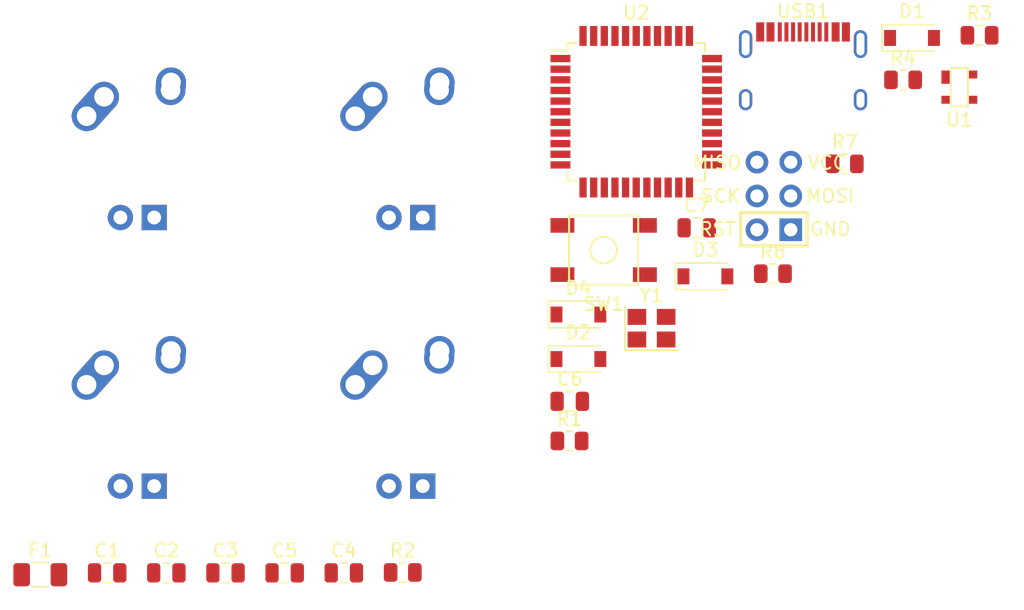
<source format=kicad_pcb>
(kicad_pcb (version 20211014) (generator pcbnew)
  (layers (0 "F.Cu" signal) (31 "B.Cu" signal) (34 "B.Paste" user) (35 "F.Paste" user) (36 "B.SilkS" user "B.Silkscreen") (37 "F.SilkS" user "F.Silkscreen") (38 "B.Mask" user) (39 "F.Mask" user) (44 "Edge.Cuts" user))
  (net 0 "")
  (net 1 "GND")
  (net 2 "Net-(C1-Pad2)")
  (net 3 "Net-(C2-Pad2)")
  (net 4 "Net-(C3-Pad1)")
  (net 5 "+5V")
  (net 6 "/ROW0")
  (net 7 "Net-(D1-Pad2)")
  (net 8 "/ROW1")
  (net 9 "Net-(D2-Pad2)")
  (net 10 "Net-(D3-Pad2)")
  (net 11 "Net-(D4-Pad2)")
  (net 12 "VCC")
  (net 13 "/MISO")
  (net 14 "/SCK")
  (net 15 "/MISI")
  (net 16 "/RESET")
  (net 17 "/COL0")
  (net 18 "/COL1")
  (net 19 "Net-(R1-Pad1)")
  (net 20 "Net-(R2-Pad1)")
  (net 21 "Net-(R3-Pad1)")
  (net 22 "/D-")
  (net 23 "/D+")
  (net 24 "Net-(R8-Pad1)")
  (footprint "Diode_SMD:D_SOD-123" (layer "F.Cu") (at 141.8025 86.13875)
    (fp_text reference "D4" (at 0 -2) (layer "F.SilkS"))
    (fp_text value "SOD-123")
    (fp_line (start -2.25 -1) (end -2.25 1) (layer "F.SilkS") (width 0.12))
    (fp_line (start -2.25 -1) (end 1.65 -1) (layer "F.SilkS") (width 0.12))
    (fp_line (start -2.25 1) (end 1.65 1) (layer "F.SilkS") (width 0.12))
    (pad "1" smd rect (at -1.65 0) (size 0.9 1.2) (layers "F.Cu" "F.Paste" "F.Mask") (net 8 "/ROW1"))
    (pad "2" smd rect (at 1.65 0) (size 0.9 1.2) (layers "F.Cu" "F.Paste" "F.Mask") (net 11 "Net-(D4-Pad2)"))
  )
  (footprint "Resistor_SMD:R_0805_2012Metric" (layer "F.Cu") (at 171.9725 65.13875)
    (fp_text reference "R3" (at 0 -1.65) (layer "F.SilkS"))
    (fp_text value "22 Ω")
    (fp_line (start -0.227064 0.735) (end 0.227064 0.735) (layer "F.SilkS") (width 0.12))
    (fp_line (start -0.227064 -0.735) (end 0.227064 -0.735) (layer "F.SilkS") (width 0.12))
    (pad "1" smd roundrect (at -0.9125 0) (size 1.025 1.4) (layers "F.Cu" "F.Paste" "F.Mask") (roundrect_rratio 0.243902) (net 21 "Net-(R3-Pad1)"))
    (pad "2" smd roundrect (at 0.9125 0) (size 1.025 1.4) (layers "F.Cu" "F.Paste" "F.Mask") (roundrect_rratio 0.243902) (net 22 "/D-"))
  )
  (footprint "Resistor_SMD:R_0805_2012Metric" (layer "F.Cu") (at 166.2225 68.48875)
    (fp_text reference "R4" (at 0 -1.65) (layer "F.SilkS"))
    (fp_text value "22 Ω")
    (fp_line (start -0.227064 -0.735) (end 0.227064 -0.735) (layer "F.SilkS") (width 0.12))
    (fp_line (start -0.227064 0.735) (end 0.227064 0.735) (layer "F.SilkS") (width 0.12))
    (pad "1" smd roundrect (at -0.9125 0) (size 1.025 1.4) (layers "F.Cu" "F.Paste" "F.Mask") (roundrect_rratio 0.243902) (net 23 "/D+"))
    (pad "2" smd roundrect (at 0.9125 0) (size 1.025 1.4) (layers "F.Cu" "F.Paste" "F.Mask") (roundrect_rratio 0.243902) (net 20 "Net-(R2-Pad1)"))
  )
  (footprint "Resistor_SMD:R_0805_2012Metric" (layer "F.Cu") (at 128.5925 105.53875)
    (fp_text reference "R2" (at 0 -1.65) (layer "F.SilkS"))
    (fp_text value "5.1 kΩ")
    (fp_line (start -0.227064 0.735) (end 0.227064 0.735) (layer "F.SilkS") (width 0.12))
    (fp_line (start -0.227064 -0.735) (end 0.227064 -0.735) (layer "F.SilkS") (width 0.12))
    (pad "1" smd roundrect (at -0.9125 0) (size 1.025 1.4) (layers "F.Cu" "F.Paste" "F.Mask") (roundrect_rratio 0.243902) (net 20 "Net-(R2-Pad1)"))
    (pad "2" smd roundrect (at 0.9125 0) (size 1.025 1.4) (layers "F.Cu" "F.Paste" "F.Mask") (roundrect_rratio 0.243902) (net 1 "GND"))
  )
  (footprint "Crystal:Crystal_SMD_3225-4Pin_3.2x2.5mm" (layer "F.Cu") (at 147.3025 87.16875)
    (fp_text reference "Y1" (at 0 -2.45) (layer "F.SilkS"))
    (fp_text value "16 MHz")
    (fp_line (start -2 1.65) (end 2 1.65) (layer "F.SilkS") (width 0.12))
    (fp_line (start -2 -1.65) (end -2 1.65) (layer "F.SilkS") (width 0.12))
    (pad "1" smd rect (at -1.1 0.85) (size 1.4 1.2) (layers "F.Cu" "F.Paste" "F.Mask") (net 2 "Net-(C1-Pad2)"))
    (pad "2" smd rect (at 1.1 0.85) (size 1.4 1.2) (layers "F.Cu" "F.Paste" "F.Mask") (net 1 "GND"))
    (pad "3" smd rect (at 1.1 -0.85) (size 1.4 1.2) (layers "F.Cu" "F.Paste" "F.Mask") (net 3 "Net-(C2-Pad2)"))
    (pad "4" smd rect (at -1.1 -0.85) (size 1.4 1.2) (layers "F.Cu" "F.Paste" "F.Mask") (net 1 "GND"))
  )
  (footprint "Fuse:Fuse_1206_3216Metric" (layer "F.Cu") (at 101.3325 105.70875)
    (fp_text reference "F1" (at 0 -1.82) (layer "F.SilkS"))
    (fp_text value "500 mA")
    (fp_line (start -0.602064 0.91) (end 0.602064 0.91) (layer "F.SilkS") (width 0.12))
    (fp_line (start -0.602064 -0.91) (end 0.602064 -0.91) (layer "F.SilkS") (width 0.12))
    (pad "1" smd roundrect (at -1.4 0) (size 1.25 1.75) (layers "F.Cu" "F.Paste" "F.Mask") (roundrect_rratio 0.2) (net 12 "VCC"))
    (pad "2" smd roundrect (at 1.4 0) (size 1.25 1.75) (layers "F.Cu" "F.Paste" "F.Mask") (roundrect_rratio 0.2) (net 5 "+5V"))
  )
  (footprint "Capacitor_SMD:C_0805_2012Metric" (layer "F.Cu") (at 150.7025 79.61875)
    (fp_text reference "C7" (at 0 -1.68) (layer "F.SilkS"))
    (fp_text value "10 μF")
    (fp_line (start -0.261252 0.735) (end 0.261252 0.735) (layer "F.SilkS") (width 0.12))
    (fp_line (start -0.261252 -0.735) (end 0.261252 -0.735) (layer "F.SilkS") (width 0.12))
    (pad "1" smd roundrect (at -0.95 0) (size 1 1.45) (layers "F.Cu" "F.Paste" "F.Mask") (net 5 "+5V"))
    (pad "2" smd roundrect (at 0.95 0) (size 1 1.45) (layers "F.Cu" "F.Paste" "F.Mask") (net 1 "GND"))
  )
  (footprint "Diode_SMD:D_SOD-123" (layer "F.Cu") (at 141.8025 89.48875)
    (fp_text reference "D2" (at 0 -2) (layer "F.SilkS"))
    (fp_text value "SOD-123")
    (fp_line (start -2.25 -1) (end 1.65 -1) (layer "F.SilkS") (width 0.12))
    (fp_line (start -2.25 1) (end 1.65 1) (layer "F.SilkS") (width 0.12))
    (fp_line (start -2.25 -1) (end -2.25 1) (layer "F.SilkS") (width 0.12))
    (pad "1" smd rect (at -1.65 0) (size 0.9 1.2) (layers "F.Cu" "F.Paste" "F.Mask") (net 8 "/ROW1"))
    (pad "2" smd rect (at 1.65 0) (size 0.9 1.2) (layers "F.Cu" "F.Paste" "F.Mask") (net 9 "Net-(D2-Pad2)"))
  )
  (footprint "Capacitor_SMD:C_0805_2012Metric" (layer "F.Cu") (at 119.7125 105.56875)
    (fp_text reference "C5" (at 0 -1.68) (layer "F.SilkS"))
    (fp_text value "0.1 μF")
    (fp_line (start -0.261252 -0.735) (end 0.261252 -0.735) (layer "F.SilkS") (width 0.12))
    (fp_line (start -0.261252 0.735) (end 0.261252 0.735) (layer "F.SilkS") (width 0.12))
    (pad "1" smd roundrect (at -0.95 0) (size 1 1.45) (layers "F.Cu" "F.Paste" "F.Mask") (net 5 "+5V"))
    (pad "2" smd roundrect (at 0.95 0) (size 1 1.45) (layers "F.Cu" "F.Paste" "F.Mask") (net 1 "GND"))
  )
  (footprint "Type-C:HRO-TYPE-C-31-M-12" (layer "F.Cu") (at 158.6975 72.58375)
    (fp_text reference "USB1" (at 0 -9.25) (layer "F.SilkS"))
    (fp_text value "HRO-TYPE-C-31-M-12")
    (pad "" np_thru_hole circle locked (at 2.89 -6.25) (size 0.65 0.65) (drill 0.65) (layers *.Cu *.Mask))
    (pad "" np_thru_hole circle locked (at -2.89 -6.25) (size 0.65 0.65) (drill 0.65) (layers *.Cu *.Mask))
    (pad "1" smd rect locked (at -3.225 -7.695) (size 0.6 1.45) (layers "F.Cu" "F.Paste" "F.Mask") (net 1 "GND"))
    (pad "2" smd rect locked (at -2.45 -7.695) (size 0.6 1.45) (layers "F.Cu" "F.Paste" "F.Mask") (net 12 "VCC"))
    (pad "3" smd rect locked (at -1.75 -7.695) (size 0.3 1.45) (layers "F.Cu" "F.Paste" "F.Mask"))
    (pad "4" smd rect locked (at -1.25 -7.695) (size 0.3 1.45) (layers "F.Cu" "F.Paste" "F.Mask") (net 20 "Net-(R2-Pad1)"))
    (pad "5" smd rect locked (at -0.75 -7.695) (size 0.3 1.45) (layers "F.Cu" "F.Paste" "F.Mask") (net 21 "Net-(R3-Pad1)"))
    (pad "6" smd rect locked (at -0.25 -7.695) (size 0.3 1.45) (layers "F.Cu" "F.Paste" "F.Mask") (net 20 "Net-(R2-Pad1)"))
    (pad "7" smd rect locked (at 0.25 -7.695) (size 0.3 1.45) (layers "F.Cu" "F.Paste" "F.Mask") (net 21 "Net-(R3-Pad1)"))
    (pad "8" smd rect locked (at 0.75 -7.695) (size 0.3 1.45) (layers "F.Cu" "F.Paste" "F.Mask") (net 20 "Net-(R2-Pad1)"))
    (pad "9" smd rect locked (at 1.25 -7.695) (size 0.3 1.45) (layers "F.Cu" "F.Paste" "F.Mask"))
    (pad "10" smd rect locked (at 1.75 -7.695) (size 0.3 1.45) (layers "F.Cu" "F.Paste" "F.Mask") (net 19 "Net-(R1-Pad1)"))
    (pad "11" smd rect locked (at 2.45 -7.695) (size 0.6 1.45) (layers "F.Cu" "F.Paste" "F.Mask") (net 12 "VCC"))
    (pad "12" smd rect locked (at 3.225 -7.695) (size 0.6 1.45) (layers "F.Cu" "F.Paste" "F.Mask") (net 1 "GND"))
    (pad "13" thru_hole oval locked (at 4.32 -2.6) (size 1 1.6) (drill oval 0.6 1.2) (layers *.Cu "B.Mask") (net 1 "GND"))
    (pad "13" thru_hole oval locked (at -4.32 -6.78) (size 1 2.1) (drill oval 0.6 1.7) (layers *.Cu "B.Mask") (net 1 "GND"))
    (pad "13" thru_hole oval locked (at 4.32 -6.78) (size 1 2.1) (drill oval 0.6 1.7) (layers *.Cu "B.Mask") (net 1 "GND"))
    (pad "13" thru_hole oval locked (at -4.32 -2.6) (size 1 1.6) (drill oval 0.6 1.2) (layers *.Cu "B.Mask") (net 1 "GND"))
  )
  (footprint "Capacitor_SMD:C_0805_2012Metric" (layer "F.Cu") (at 115.2625 105.56875)
    (fp_text reference "C3" (at 0 -1.68) (layer "F.SilkS"))
    (fp_text value "1 uF")
    (fp_line (start -0.261252 0.735) (end 0.261252 0.735) (layer "F.SilkS") (width 0.12))
    (fp_line (start -0.261252 -0.735) (end 0.261252 -0.735) (layer "F.SilkS") (width 0.12))
    (pad "1" smd roundrect (at -0.95 0) (size 1 1.45) (layers "F.Cu" "F.Paste" "F.Mask") (net 4 "Net-(C3-Pad1)"))
    (pad "2" smd roundrect (at 0.95 0) (size 1 1.45) (layers "F.Cu" "F.Paste" "F.Mask") (net 1 "GND"))
  )
  (footprint "MX_Alps_Hybrid:MX-1U" (layer "F.Cu") (at 128.8275 93.96375)
    (fp_text reference "MX1")
    (fp_text value "A")
    (pad "" np_thru_hole circle locked (at 0 0) (size 3.9878 3.9878) (drill 3.9878) (layers *.Cu *.Mask))
    (pad "" np_thru_hole circle locked (at -5.08 0 48.0996) (size 1.75 1.75) (drill 1.75) (layers *.Cu *.Mask))
    (pad "" np_thru_hole circle locked (at 5.08 0 48.0996) (size 1.75 1.75) (drill 1.75) (layers *.Cu *.Mask))
    (pad "1" thru_hole oval locked (at -3.81 -2.54 48.0996) (size 4.211556 2.25) (drill 1.47 (offset 0.980778 0)) (layers *.Cu "B.Mask") (net 17 "/COL0"))
    (pad "1" thru_hole circle locked (at -2.5 -4) (size 2.25 2.25) (drill 1.47) (layers *.Cu "B.Mask") (net 17 "/COL0"))
    (pad "2" thru_hole circle locked (at 2.54 -5.08) (size 2.25 2.25) (drill 1.47) (layers *.Cu "B.Mask") (net 7 "Net-(D1-Pad2)"))
    (pad "2" thru_hole oval locked (at 2.5 -4.5 86.0548) (size 2.831378 2.25) (drill 1.47 (offset 0.290689 0)) (layers *.Cu "B.Mask") (net 7 "Net-(D1-Pad2)"))
    (pad "3" thru_hole circle locked (at -1.27 5.08) (size 1.905 1.905) (drill 1.04) (layers *.Cu "B.Mask"))
    (pad "4" thru_hole rect locked (at 1.27 5.08) (size 1.905 1.905) (drill 1.04) (layers *.Cu "B.Mask"))
  )
  (footprint "Capacitor_SMD:C_0805_2012Metric" (layer "F.Cu") (at 124.1625 105.56875)
    (fp_text reference "C4" (at 0 -1.68) (layer "F.SilkS"))
    (fp_text value "0.1 μF")
    (fp_line (start -0.261252 -0.735) (end 0.261252 -0.735) (layer "F.SilkS") (width 0.12))
    (fp_line (start -0.261252 0.735) (end 0.261252 0.735) (layer "F.SilkS") (width 0.12))
    (pad "1" smd roundrect (at -0.95 0) (size 1 1.45) (layers "F.Cu" "F.Paste" "F.Mask") (net 5 "+5V"))
    (pad "2" smd roundrect (at 0.95 0) (size 1 1.45) (layers "F.Cu" "F.Paste" "F.Mask") (net 1 "GND"))
  )
  (footprint "Resistor_SMD:R_0805_2012Metric" (layer "F.Cu") (at 156.4325 83.06875)
    (fp_text reference "R8" (at 0 -1.65) (layer "F.SilkS"))
    (fp_text value "10 kΩ")
    (fp_line (start -0.227064 -0.735) (end 0.227064 -0.735) (layer "F.SilkS") (width 0.12))
    (fp_line (start -0.227064 0.735) (end 0.227064 0.735) (layer "F.SilkS") (width 0.12))
    (pad "1" smd roundrect (at -0.9125 0) (size 1.025 1.4) (layers "F.Cu" "F.Paste" "F.Mask") (roundrect_rratio 0.243902) (net 24 "Net-(R8-Pad1)"))
    (pad "2" smd roundrect (at 0.9125 0) (size 1.025 1.4) (layers "F.Cu" "F.Paste" "F.Mask") (roundrect_rratio 0.243902) (net 1 "GND"))
  )
  (footprint "Package_QFP:TQFP-44_10x10mm_P0.8mm" (layer "F.Cu") (at 146.1525 70.88875)
    (fp_text reference "U2" (at 0 -7.45) (layer "F.SilkS"))
    (fp_text value "ATmega32U4-A")
    (fp_line (start -5.175 5.175) (end -4.5 5.175) (layer "F.SilkS") (width 0.15))
    (fp_line (start -5.175 -5.175) (end -4.5 -5.175) (layer "F.SilkS") (width 0.15))
    (fp_line (start 5.175 5.175) (end 4.5 5.175) (layer "F.SilkS") (width 0.15))
    (fp_line (start -5.175 -5.175) (end -5.175 -4.6) (layer "F.SilkS") (width 0.15))
    (fp_line (start 5.175 5.175) (end 5.175 4.5) (layer "F.SilkS") (width 0.15))
    (fp_line (start -5.175 -4.6) (end -6.45 -4.6) (layer "F.SilkS") (width 0.15))
    (fp_line (start 5.175 -5.175) (end 5.175 -4.5) (layer "F.SilkS") (width 0.15))
    (fp_line (start -5.175 5.175) (end -5.175 4.5) (layer "F.SilkS") (width 0.15))
    (fp_line (start 5.175 -5.175) (end 4.5 -5.175) (layer "F.SilkS") (width 0.15))
    (pad "1" smd rect (at -5.7 -4) (size 1.5 0.55) (layers "F.Cu" "F.Paste" "F.Mask"))
    (pad "2" smd rect (at -5.7 -3.2) (size 1.5 0.55) (layers "F.Cu" "F.Paste" "F.Mask") (net 5 "+5V"))
    (pad "3" smd rect (at -5.7 -2.4) (size 1.5 0.55) (layers "F.Cu" "F.Paste" "F.Mask") (net 22 "/D-"))
    (pad "4" smd rect (at -5.7 -1.6) (size 1.5 0.55) (layers "F.Cu" "F.Paste" "F.Mask") (net 23 "/D+"))
    (pad "5" smd rect (at -5.7 -0.8) (size 1.5 0.55) (layers "F.Cu" "F.Paste" "F.Mask") (net 1 "GND"))
    (pad "6" smd rect (at -5.7 0) (size 1.5 0.55) (layers "F.Cu" "F.Paste" "F.Mask") (net 4 "Net-(C3-Pad1)"))
    (pad "7" smd rect (at -5.7 0.8) (size 1.5 0.55) (layers "F.Cu" "F.Paste" "F.Mask") (net 5 "+5V"))
    (pad "8" smd rect (at -5.7 1.6) (size 1.5 0.55) (layers "F.Cu" "F.Paste" "F.Mask"))
    (pad "9" smd rect (at -5.7 2.4) (size 1.5 0.55) (layers "F.Cu" "F.Paste" "F.Mask") (net 14 "/SCK"))
    (pad "10" smd rect (at -5.7 3.2) (size 1.5 0.55) (layers "F.Cu" "F.Paste" "F.Mask") (net 13 "/MISO"))
    (pad "11" smd rect (at -5.7 4) (size 1.5 0.55) (layers "F.Cu" "F.Paste" "F.Mask") (net 15 "/MISI"))
    (pad "12" smd rect (at -4 5.7 90) (size 1.5 0.55) (layers "F.Cu" "F.Paste" "F.Mask"))
    (pad "13" smd rect (at -3.2 5.7 90) (size 1.5 0.55) (layers "F.Cu" "F.Paste" "F.Mask") (net 16 "/RESET"))
    (pad "14" smd rect (at -2.4 5.7 90) (size 1.5 0.55) (layers "F.Cu" "F.Paste" "F.Mask") (net 5 "+5V"))
    (pad "15" smd rect (at -1.6 5.7 90) (size 1.5 0.55) (layers "F.Cu" "F.Paste" "F.Mask") (net 1 "GND"))
    (pad "16" smd rect (at -0.8 5.7 90) (size 1.5 0.55) (layers "F.Cu" "F.Paste" "F.Mask") (net 3 "Net-(C2-Pad2)"))
    (pad "17" smd rect (at 0 5.7 90) (size 1.5 0.55) (layers "F.Cu" "F.Paste" "F.Mask") (net 2 "Net-(C1-Pad2)"))
    (pad "18" smd rect (at 0.8 5.7 90) (size 1.5 0.55) (layers "F.Cu" "F.Paste" "F.Mask"))
    (pad "19" smd rect (at 1.6 5.7 90) (size 1.5 0.55) (layers "F.Cu" "F.Paste" "F.Mask"))
    (pad "20" smd rect (at 2.4 5.7 90) (size 1.5 0.55) (layers "F.Cu" "F.Paste" "F.Mask"))
    (pad "21" smd rect (at 3.2 5.7 90) (size 1.5 0.55) (layers "F.Cu" "F.Paste" "F.Mask"))
    (pad "22" smd rect (at 4 5.7 90) (size 1.5 0.55) (layers "F.Cu" "F.Paste" "F.Mask"))
    (pad "23" smd rect (at 5.7 4) (size 1.5 0.55) (layers "F.Cu" "F.Paste" "F.Mask") (net 1 "GND"))
    (pad "24" smd rect (at 5.7 3.2) (size 1.5 0.55) (layers "F.Cu" "F.Paste" "F.Mask") (net 5 "+5V"))
    (pad "25" smd rect (at 5.7 2.4) (size 1.5 0.55) (layers "F.Cu" "F.Paste" "F.Mask"))
    (pad "26" smd rect (at 5.7 1.6) (size 1.5 0.55) (layers "F.Cu" "F.Paste" "F.Mask"))
    (pad "27" smd rect (at 5.7 0.8) (size 1.5 0.55) (layers "F.Cu" "F.Paste" "F.Mask") (net 6 "/ROW0"))
    (pad "28" smd rect (at 5.7 0) (size 1.5 0.55) (layers "F.Cu" "F.Paste" "F.Mask") (net 18 "/COL1"))
    (pad "29" smd rect (at 5.7 -0.8) (size 1.5 0.55) (layers "F.Cu" "F.Paste" "F.Mask") (net 17 "/COL0"))
    (pad "30" smd rect (at 5.7 -1.6) (size 1.5 0.55) (layers "F.Cu" "F.Paste" "F.Mask") (net 8 "/ROW1"))
    (pad "31" smd rect (at 5.7 -2.4) (size 1.5 0.55) (layers "F.Cu" "F.Paste" "F.Mask"))
    (pad "32" smd rect (at 5.7 -3.2) (size 1.5 0.55) (layers "F.Cu" "F.Paste" "F.Mask"))
    (pad "33" smd rect (at 5.7 -4) (size 1.5 0.55) (layers "F.Cu" "F.Paste" "F.Mask") (net 24 "Net-(R8-Pad1)"))
    (pad "34" smd rect (at 4 -5.7 90) (size 1.5 0.55) (layers "F.Cu" "F.Paste" "F.Mask") (net 5 "+5V"))
    (pad "35" smd rect (at 3.2 -5.7 90) (size 1.5 0.55) (layers "F.Cu" "F.Paste" "F.Mask") (net 1 "GND"))
    (pad "36" smd rect (at 2.4 -5.7 90) (size 1.5 0.55) (layers "F.Cu" "F.Paste" "F.Mask"))
    (pad "37" smd rect (at 1.6 -5.7 90) (size 1.5 0.55) (layers "F.Cu" "F.Paste" "F.Mask"))
    (pad "38" smd rect (at 0.8 -5.7 90) (size 1.5 0.55) (layers "F.Cu" "F.Paste" "F.Mask"))
    (pad "39" smd rect (at 0 -5.7 90) (size 1.5 0.55) (layers "F.Cu" "F.Paste" "F.Mask"))
    (pad "40" smd rect (at -0.8 -5.7 90) (size 1.5 0.55) (layers "F.Cu" "F.Paste" "F.Mask"))
    (pad "41" smd rect (at -1.6 -5.7 90) (size 1.5 0.55) (layers "F.Cu" "F.Paste" "F.Mask"))
    (pad "42" smd rect (at -2.4 -5.7 90) (size 1.5 0.55) (layers "F.Cu" "F.Paste" "F.Mask"))
    (pad "43" smd rect (at -3.2 -5.7 90) (size 1.5 0.55) (layers "F.Cu" "F.Paste" "F.Mask") (net 1 "GND"))
    (pad "44" smd rect (at -4 -5.7 90) (size 1.5 0.55) (layers "F.Cu" "F.Paste" "F.Mask") (net 5 "+5V"))
  )
  (footprint "random-keyboard-parts:Reset_Pretty-Mask" (layer "F.Cu") (at 156.5025 77.22375)
    (fp_text reference "J1")
    (fp_text value "AVR-ISP-6")
    (fp_text user "VCC" (at 4 -2.5) (layer "F.SilkS"))
    (fp_text user "GND" (at 4.25 2.5) (layer "F.SilkS"))
    (fp_text user "MISO" (at -4.25 -2.5) (layer "F.SilkS"))
    (fp_text user "RST" (at -4.25 2.5) (layer "F.SilkS"))
    (fp_text user "SCK" (at -4 0) (layer "F.SilkS"))
    (fp_text user "MOSI" (at 4.25 0) (layer "F.SilkS"))
    (fp_line (start -2.5 3.75) (end -2.5 1.25) (layer "F.SilkS") (width 0.25))
    (fp_line (start 2.5 1.25) (end 2.5 3.75) (layer "F.SilkS") (width 0.25))
    (fp_line (start -2.5 1.25) (end 2.5 1.25) (layer "F.SilkS") (width 0.25))
    (fp_line (start 2.5 3.75) (end -2.5 3.75) (layer "F.SilkS") (width 0.25))
    (pad "1" thru_hole circle locked (at -1.27 -2.54) (size 1.7 1.7) (drill 1) (layers *.Cu "F.Mask") (net 13 "/MISO"))
    (pad "2" thru_hole circle locked (at 1.27 -2.54) (size 1.7 1.7) (drill 1) (layers *.Cu "F.Mask") (net 5 "+5V"))
    (pad "3" thru_hole circle locked (at -1.27 0) (size 1.7 1.7) (drill 1) (layers *.Cu "F.Mask") (net 14 "/SCK"))
    (pad "4" thru_hole circle locked (at 1.27 0) (size 1.7 1.7) (drill 1) (layers *.Cu "F.Mask") (net 15 "/MISI"))
    (pad "5" thru_hole circle locked (at -1.27 2.54) (size 1.7 1.7) (drill 1) (layers *.Cu "F.Mask") (net 16 "/RESET"))
    (pad "6" thru_hole rect locked (at 1.27 2.54) (size 1.7 1.7) (drill 1) (layers *.Cu "F.Mask") (net 1 "GND"))
  )
  (footprint "MX_Alps_Hybrid:MX-1U" (layer "F.Cu") (at 108.6275 73.76375)
    (fp_text reference "MX4")
    (fp_text value "G")
    (pad "" np_thru_hole circle locked (at 0 0) (size 3.9878 3.9878) (drill 3.9878) (layers *.Cu *.Mask))
    (pad "" np_thru_hole circle locked (at 5.08 0 48.0996) (size 1.75 1.75) (drill 1.75) (layers *.Cu *.Mask))
    (pad "" np_thru_hole circle locked (at -5.08 0 48.0996) (size 1.75 1.75) (drill 1.75) (layers *.Cu *.Mask))
    (pad "1" thru_hole circle locked (at -2.5 -4) (size 2.25 2.25) (drill 1.47) (layers *.Cu "B.Mask") (net 18 "/COL1"))
    (pad "1" thru_hole oval locked (at -3.81 -2.54 48.0996) (size 4.211556 2.25) (drill 1.47 (offset 0.980778 0)) (layers *.Cu "B.Mask") (net 18 "/COL1"))
    (pad "2" thru_hole circle locked (at 2.54 -5.08) (size 2.25 2.25) (drill 1.47) (layers *.Cu "B.Mask") (net 11 "Net-(D4-Pad2)"))
    (pad "2" thru_hole oval locked (at 2.5 -4.5 86.0548) (size 2.831378 2.25) (drill 1.47 (offset 0.290689 0)) (layers *.Cu "B.Mask") (net 11 "Net-(D4-Pad2)"))
    (pad "3" thru_hole circle locked (at -1.27 5.08) (size 1.905 1.905) (drill 1.04) (layers *.Cu "B.Mask"))
    (pad "4" thru_hole rect locked (at 1.27 5.08) (size 1.905 1.905) (drill 1.04) (layers *.Cu "B.Mask"))
  )
  (footprint "random-keyboard-parts:SOT143B" (layer "F.Cu") (at 170.4525 69.03875)
    (fp_text reference "U1" (at 0 2.45) (layer "F.SilkS"))
    (fp_text value "PRTR5V0U2X")
    (fp_line (start -0.65 -1.45) (end -0.65 1.45) (layer "F.SilkS") (width 0.15))
    (fp_line (start 0.65 -1.45) (end 0.65 1.45) (layer "F.SilkS") (width 0.15))
    (fp_line (start 0.65 -1.45) (end -0.65 -1.45) (layer "F.SilkS") (width 0.15))
    (fp_line (start -0.65 1.45) (end 0.65 1.45) (layer "F.SilkS") (width 0.15))
    (pad "1" smd rect locked (at -1 -0.75 270) (size 1 0.7) (layers "F.Cu" "F.Paste" "F.Mask") (net 1 "GND"))
    (pad "2" smd rect locked (at -1 0.95 270) (size 0.6 0.7) (layers "F.Cu" "F.Paste" "F.Mask") (net 20 "Net-(R2-Pad1)"))
    (pad "3" smd rect locked (at 1 0.95 270) (size 0.6 0.7) (layers "F.Cu" "F.Paste" "F.Mask") (net 21 "Net-(R3-Pad1)"))
    (pad "4" smd rect locked (at 1 -0.95 270) (size 0.6 0.7) (layers "F.Cu" "F.Paste" "F.Mask") (net 12 "VCC"))
  )
  (footprint "Capacitor_SMD:C_0805_2012Metric" (layer "F.Cu") (at 141.1525 92.66875)
    (fp_text reference "C6" (at 0 -1.68) (layer "F.SilkS"))
    (fp_text value "0.1 μF")
    (fp_line (start -0.261252 -0.735) (end 0.261252 -0.735) (layer "F.SilkS") (width 0.12))
    (fp_line (start -0.261252 0.735) (end 0.261252 0.735) (layer "F.SilkS") (width 0.12))
    (pad "1" smd roundrect (at -0.95 0) (size 1 1.45) (layers "F.Cu" "F.Paste" "F.Mask") (net 5 "+5V"))
    (pad "2" smd roundrect (at 0.95 0) (size 1 1.45) (layers "F.Cu" "F.Paste" "F.Mask") (net 1 "GND"))
  )
  (footprint "Resistor_SMD:R_0805_2012Metric" (layer "F.Cu") (at 161.8325 74.80875)
    (fp_text reference "R7" (at 0 -1.65) (layer "F.SilkS"))
    (fp_text value "10 kΩ")
    (fp_line (start -0.227064 0.735) (end 0.227064 0.735) (layer "F.SilkS") (width 0.12))
    (fp_line (start -0.227064 -0.735) (end 0.227064 -0.735) (layer "F.SilkS") (width 0.12))
    (pad "1" smd roundrect (at -0.9125 0) (size 1.025 1.4) (layers "F.Cu" "F.Paste" "F.Mask") (roundrect_rratio 0.243902) (net 5 "+5V"))
    (pad "2" smd roundrect (at 0.9125 0) (size 1.025 1.4) (layers "F.Cu" "F.Paste" "F.Mask") (roundrect_rratio 0.243902) (net 16 "/RESET"))
  )
  (footprint "Capacitor_SMD:C_0805_2012Metric" (layer "F.Cu") (at 110.8125 105.56875)
    (fp_text reference "C2" (at 0 -1.68) (layer "F.SilkS"))
    (fp_text value "22 pF")
    (fp_line (start -0.261252 0.735) (end 0.261252 0.735) (layer "F.SilkS") (width 0.12))
    (fp_line (start -0.261252 -0.735) (end 0.261252 -0.735) (layer "F.SilkS") (width 0.12))
    (pad "1" smd roundrect (at -0.95 0) (size 1 1.45) (layers "F.Cu" "F.Paste" "F.Mask") (net 1 "GND"))
    (pad "2" smd roundrect (at 0.95 0) (size 1 1.45) (layers "F.Cu" "F.Paste" "F.Mask") (net 3 "Net-(C2-Pad2)"))
  )
  (footprint "MX_Alps_Hybrid:MX-1U" (layer "F.Cu") (at 128.8275 73.76375)
    (fp_text reference "MX3")
    (fp_text value "T/U")
    (pad "" np_thru_hole circle locked (at -5.08 0 48.0996) (size 1.75 1.75) (drill 1.75) (layers *.Cu *.Mask))
    (pad "" np_thru_hole circle locked (at 0 0) (size 3.9878 3.9878) (drill 3.9878) (layers *.Cu *.Mask))
    (pad "" np_thru_hole circle locked (at 5.08 0 48.0996) (size 1.75 1.75) (drill 1.75) (layers *.Cu *.Mask))
    (pad "1" thru_hole circle locked (at -2.5 -4) (size 2.25 2.25) (drill 1.47) (layers *.Cu "B.Mask") (net 18 "/COL1"))
    (pad "1" thru_hole oval locked (at -3.81 -2.54 48.0996) (size 4.211556 2.25) (drill 1.47 (offset 0.980778 0)) (layers *.Cu "B.Mask") (net 18 "/COL1"))
    (pad "2" thru_hole oval locked (at 2.5 -4.5 86.0548) (size 2.831378 2.25) (drill 1.47 (offset 0.290689 0)) (layers *.Cu "B.Mask") (net 10 "Net-(D3-Pad2)"))
    (pad "2" thru_hole circle locked (at 2.54 -5.08) (size 2.25 2.25) (drill 1.47) (layers *.Cu "B.Mask") (net 10 "Net-(D3-Pad2)"))
    (pad "3" thru_hole circle locked (at -1.27 5.08) (size 1.905 1.905) (drill 1.04) (layers *.Cu "B.Mask"))
    (pad "4" thru_hole rect locked (at 1.27 5.08) (size 1.905 1.905) (drill 1.04) (layers *.Cu "B.Mask"))
  )
  (footprint "Resistor_SMD:R_0805_2012Metric" (layer "F.Cu") (at 141.1325 95.64875)
    (fp_text reference "R1" (at 0 -1.65) (layer "F.SilkS"))
    (fp_text value "5.1 kΩ")
    (fp_line (start -0.227064 -0.735) (end 0.227064 -0.735) (layer "F.SilkS") (width 0.12))
    (fp_line (start -0.227064 0.735) (end 0.227064 0.735) (layer "F.SilkS") (width 0.12))
    (pad "1" smd roundrect (at -0.9125 0) (size 1.025 1.4) (layers "F.Cu" "F.Paste" "F.Mask") (roundrect_rratio 0.243902) (net 19 "Net-(R1-Pad1)"))
    (pad "2" smd roundrect (at 0.9125 0) (size 1.025 1.4) (layers "F.Cu" "F.Paste" "F.Mask") (roundrect_rratio 0.243902) (net 1 "GND"))
  )
  (footprint "Diode_SMD:D_SOD-123" (layer "F.Cu") (at 166.8925 65.33875)
    (fp_text reference "D1" (at 0 -2) (layer "F.SilkS"))
    (fp_text value "SOD-123")
    (fp_line (start -2.25 -1) (end 1.65 -1) (layer "F.SilkS") (width 0.12))
    (fp_line (start -2.25 -1) (end -2.25 1) (layer "F.SilkS") (width 0.12))
    (fp_line (start -2.25 1) (end 1.65 1) (layer "F.SilkS") (width 0.12))
    (pad "1" smd rect (at -1.65 0) (size 0.9 1.2) (layers "F.Cu" "F.Paste" "F.Mask") (net 6 "/ROW0"))
    (pad "2" smd rect (at 1.65 0) (size 0.9 1.2) (layers "F.Cu" "F.Paste" "F.Mask") (net 7 "Net-(D1-Pad2)"))
  )
  (footprint "random-keyboard-parts:SKQG-1155865" (layer "F.Cu") (at 143.7025 81.28875)
    (fp_text reference "SW1" (at 0 4.064) (layer "F.SilkS"))
    (fp_text value "SW_Push")
    (fp_line (start 2.6 -2.6) (end 2.6 2.6) (layer "F.SilkS") (width 0.15))
    (fp_line (start 2.6 2.6) (end -2.6 2.6) (layer "F.SilkS") (width 0.15))
    (fp_line (start -2.6 -2.6) (end 2.6 -2.6) (layer "F.SilkS") (width 0.15))
    (fp_line (start -2.6 2.6) (end -2.6 -2.6) (layer "F.SilkS") (width 0.15))
    (fp_circle (center 0 0) (end 1 0) (layer "F.SilkS") (width 0.15) (fill none))
    (pad "1" smd rect locked (at 3.1 1.85) (size 1.8 1.1) (layers "F.Cu" "F.Paste" "F.Mask") (net 1 "GND"))
    (pad "2" smd rect locked (at -3.1 -1.85) (size 1.8 1.1) (layers "F.Cu" "F.Paste" "F.Mask") (net 16 "/RESET"))
    (pad "3" smd rect locked (at 3.1 -1.85) (size 1.8 1.1) (layers "F.Cu" "F.Paste" "F.Mask"))
    (pad "4" smd rect locked (at -3.1 1.85) (size 1.8 1.1) (layers "F.Cu" "F.Paste" "F.Mask"))
  )
  (footprint "Diode_SMD:D_SOD-123" (layer "F.Cu") (at 151.3525 83.26875)
    (fp_text reference "D3" (at 0 -2) (layer "F.SilkS"))
    (fp_text value "SOD-123")
    (fp_line (start -2.25 -1) (end 1.65 -1) (layer "F.SilkS") (width 0.12))
    (fp_line (start -2.25 -1) (end -2.25 1) (layer "F.SilkS") (width 0.12))
    (fp_line (start -2.25 1) (end 1.65 1) (layer "F.SilkS") (width 0.12))
    (pad "1" smd rect (at -1.65 0) (size 0.9 1.2) (layers "F.Cu" "F.Paste" "F.Mask") (net 6 "/ROW0"))
    (pad "2" smd rect (at 1.65 0) (size 0.9 1.2) (layers "F.Cu" "F.Paste" "F.Mask") (net 10 "Net-(D3-Pad2)"))
  )
  (footprint "Capacitor_SMD:C_0805_2012Metric" (layer "F.Cu") (at 106.3625 105.56875)
    (fp_text reference "C1" (at 0 -1.68) (layer "F.SilkS"))
    (fp_text value "22 pF")
    (fp_line (start -0.261252 -0.735) (end 0.261252 -0.735) (layer "F.SilkS") (width 0.12))
    (fp_line (start -0.261252 0.735) (end 0.261252 0.735) (layer "F.SilkS") (width 0.12))
    (pad "1" smd roundrect (at -0.95 0) (size 1 1.45) (layers "F.Cu" "F.Paste" "F.Mask") (net 1 "GND"))
    (pad "2" smd roundrect (at 0.95 0) (size 1 1.45) (layers "F.Cu" "F.Paste" "F.Mask") (net 2 "Net-(C1-Pad2)"))
  )
  (footprint "MX_Alps_Hybrid:MX-1U" (layer "F.Cu") (at 108.6275 93.96375)
    (fp_text reference "MX2")
    (fp_text value "C")
    (pad "" np_thru_hole circle locked (at -5.08 0 48.0996) (size 1.75 1.75) (drill 1.75) (layers *.Cu *.Mask))
    (pad "" np_thru_hole circle locked (at 5.08 0 48.0996) (size 1.75 1.75) (drill 1.75) (layers *.Cu *.Mask))
    (pad "" np_thru_hole circle locked (at 0 0) (size 3.9878 3.9878) (drill 3.9878) (layers *.Cu *.Mask))
    (pad "1" thru_hole circle locked (at -2.5 -4) (size 2.25 2.25) (drill 1.47) (layers *.Cu "B.Mask") (net 17 "/COL0"))
    (pad "1" thru_hole oval locked (at -3.81 -2.54 48.0996) (size 4.211556 2.25) (drill 1.47 (offset 0.980778 0)) (layers *.Cu "B.Mask") (net 17 "/COL0"))
    (pad "2" thru_hole circle locked (at 2.54 -5.08) (size 2.25 2.25) (drill 1.47) (layers *.Cu "B.Mask") (net 9 "Net-(D2-Pad2)"))
    (pad "2" thru_hole oval locked (at 2.5 -4.5 86.0548) (size 2.831378 2.25) (drill 1.47 (offset 0.290689 0)) (layers *.Cu "B.Mask") (net 9 "Net-(D2-Pad2)"))
    (pad "3" thru_hole circle locked (at -1.27 5.08) (size 1.905 1.905) (drill 1.04) (layers *.Cu "B.Mask"))
    (pad "4" thru_hole rect locked (at 1.27 5.08) (size 1.905 1.905) (drill 1.04) (layers *.Cu "B.Mask"))
  )
)
</source>
